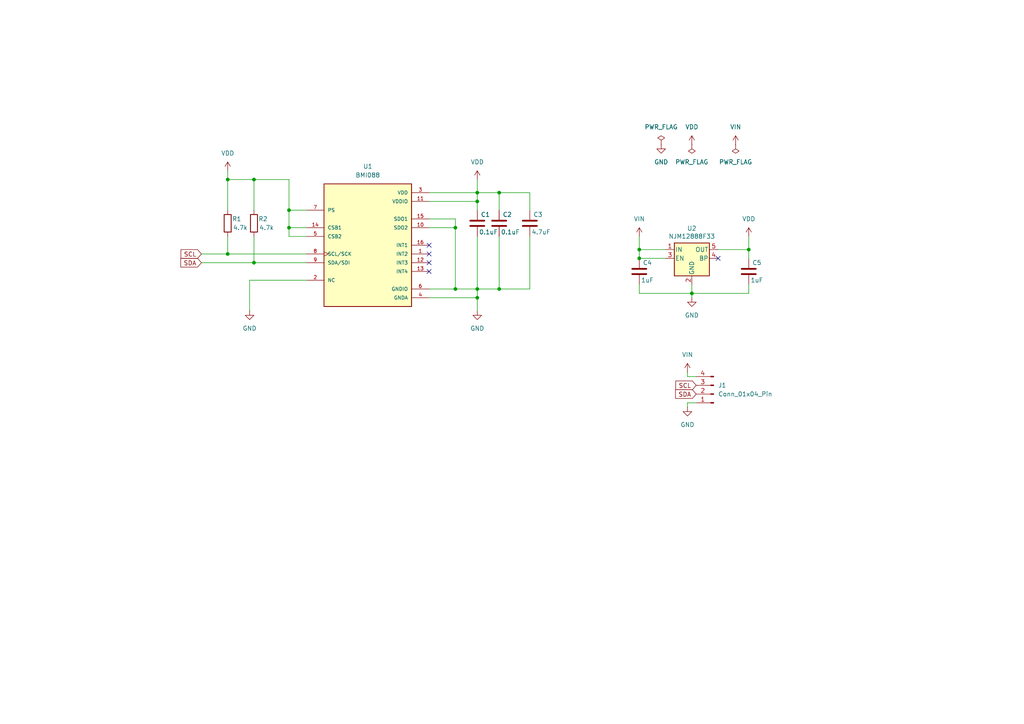
<source format=kicad_sch>
(kicad_sch (version 20250114) (generator "eeschema") (generator_version "9.0")
  (paper "A4")
  (lib_symbols
    (symbol "BMI088:BMI088" (pin_names (offset 1.016))
      (property "Reference" "U" (at -12.7 18.415 0))
      (property "Value" "BMI088" (at -12.7 -20.32 0))
      (symbol "BMI088_0_0"
        (rectangle (start -12.7 -17.78) (end 12.7 17.78) (stroke (width 0.254)) (fill (type background)))
        (pin input line (at -17.78 10.16 0) (length 5.08) (name "PS") (number "7"))
        (pin input line (at -17.78 5.08 0) (length 5.08) (name "CSB1") (number "14"))
        (pin input line (at -17.78 2.54 0) (length 5.08) (name "CSB2") (number "5"))
        (pin input clock (at -17.78 -2.54 0) (length 5.08) (name "SCL/SCK") (number "8"))
        (pin bidirectional line (at -17.78 -5.08 0) (length 5.08) (name "SDA/SDI") (number "9"))
        (pin passive line (at -17.78 -10.16 0) (length 5.08) (name "NC") (number "2"))
        (pin power_in line (at 17.78 15.24 180) (length 5.08) (name "VDD") (number "3"))
        (pin power_in line (at 17.78 12.7 180) (length 5.08) (name "VDDIO") (number "11"))
        (pin output line (at 17.78 7.62 180) (length 5.08) (name "SDO1") (number "15"))
        (pin output line (at 17.78 5.08 180) (length 5.08) (name "SDO2") (number "10"))
        (pin bidirectional line (at 17.78 0 180) (length 5.08) (name "INT1") (number "16"))
        (pin bidirectional line (at 17.78 -2.54 180) (length 5.08) (name "INT2") (number "1"))
        (pin bidirectional line (at 17.78 -5.08 180) (length 5.08) (name "INT3") (number "12"))
        (pin bidirectional line (at 17.78 -7.62 180) (length 5.08) (name "INT4") (number "13"))
        (pin power_in line (at 17.78 -12.7 180) (length 5.08) (name "GNDIO") (number "6"))
        (pin power_in line (at 17.78 -15.24 180) (length 5.08) (name "GNDA") (number "4"))
      )
    )
    (symbol "Connector:Conn_01x04_Pin" (pin_names (offset 1.016) (hide yes))
      (property "Reference" "J" (at 0 5.08 0))
      (property "Value" "Conn_01x04_Pin" (at 0 -7.62 0))
      (symbol "Conn_01x04_Pin_1_1"
        (rectangle (start 0.8636 2.667) (end 0 2.413) (stroke (width 0.1524)) (fill (type outline)))
        (rectangle (start 0.8636 0.127) (end 0 -0.127) (stroke (width 0.1524)) (fill (type outline)))
        (rectangle (start 0.8636 -2.413) (end 0 -2.667) (stroke (width 0.1524)) (fill (type outline)))
        (rectangle (start 0.8636 -4.953) (end 0 -5.207) (stroke (width 0.1524)) (fill (type outline)))
        (polyline (pts (xy 1.27 2.54) (xy 0.8636 2.54)) (stroke (width 0.1524)))
        (polyline (pts (xy 1.27 0) (xy 0.8636 0)) (stroke (width 0.1524)))
        (polyline (pts (xy 1.27 -2.54) (xy 0.8636 -2.54)) (stroke (width 0.1524)))
        (polyline (pts (xy 1.27 -5.08) (xy 0.8636 -5.08)) (stroke (width 0.1524)))
        (pin passive line (at 5.08 2.54 180) (length 3.81) (name "Pin_1") (number "1"))
        (pin passive line (at 5.08 0 180) (length 3.81) (name "Pin_2") (number "2"))
        (pin passive line (at 5.08 -2.54 180) (length 3.81) (name "Pin_3") (number "3"))
        (pin passive line (at 5.08 -5.08 180) (length 3.81) (name "Pin_4") (number "4"))
      )
    )
    (symbol "Device:C" (pin_numbers (hide yes)) (pin_names (offset 0.254))
      (property "Reference" "C" (at 0.635 2.54 0))
      (property "Value" "C" (at 0.635 -2.54 0))
      (symbol "C_0_1"
        (polyline (pts (xy -2.032 0.762) (xy 2.032 0.762)) (stroke (width 0.508)))
        (polyline (pts (xy -2.032 -0.762) (xy 2.032 -0.762)) (stroke (width 0.508)))
      )
      (symbol "C_1_1"
        (pin passive line (at 0 3.81 270) (length 2.794) (name "~") (number "1"))
        (pin passive line (at 0 -3.81 90) (length 2.794) (name "~") (number "2"))
      )
    )
    (symbol "Device:R" (pin_numbers (hide yes)) (pin_names (offset 0))
      (property "Reference" "R" (at 2.032 0 90))
      (property "Value" "R" (at 0 0 90))
      (symbol "R_0_1"
        (rectangle (start -1.016 -2.54) (end 1.016 2.54) (stroke (width 0.254)))
      )
      (symbol "R_1_1"
        (pin passive line (at 0 3.81 270) (length 1.27) (name "~") (number "1"))
        (pin passive line (at 0 -3.81 90) (length 1.27) (name "~") (number "2"))
      )
    )
    (symbol "Regulator_Linear:MIC5205-3.3YM5" (pin_names (offset 0.254))
      (property "Reference" "U" (at -3.81 5.715 0))
      (property "Value" "MIC5205-3.3YM5" (at 0 5.715 0))
      (symbol "MIC5205-3.3YM5_0_1"
        (rectangle (start -5.08 4.445) (end 5.08 -5.08) (stroke (width 0.254)) (fill (type background)))
      )
      (symbol "MIC5205-3.3YM5_1_1"
        (pin power_in line (at -7.62 2.54 0) (length 2.54) (name "IN") (number "1"))
        (pin input line (at -7.62 0 0) (length 2.54) (name "EN") (number "3"))
        (pin power_in line (at 0 -7.62 90) (length 2.54) (name "GND") (number "2"))
        (pin power_out line (at 7.62 2.54 180) (length 2.54) (name "OUT") (number "5"))
        (pin input line (at 7.62 0 180) (length 2.54) (name "BP") (number "4"))
      )
    )
    (symbol "power:GND" (power) (pin_numbers (hide yes)) (pin_names (offset 0) (hide yes))
      (property "Value" "GND" (at 0 -3.81 0))
      (symbol "GND_0_1"
        (polyline (pts (xy 0 0) (xy 0 -1.27) (xy 1.27 -1.27) (xy 0 -2.54) (xy -1.27 -1.27) (xy 0 -1.27)))
      )
      (symbol "GND_1_1"
        (pin power_in line (at 0 0 270) (length 0) (name "~") (number "1"))
      )
    )
    (symbol "power:PWR_FLAG" (power) (pin_numbers (hide yes)) (pin_names (offset 0) (hide yes))
      (property "Value" "PWR_FLAG" (at 0 3.81 0))
      (symbol "PWR_FLAG_0_0"
        (pin power_out line (at 0 0 90) (length 0) (name "~") (number "1"))
      )
      (symbol "PWR_FLAG_0_1"
        (polyline (pts (xy 0 0) (xy 0 1.27) (xy -1.016 1.905) (xy 0 2.54) (xy 1.016 1.905) (xy 0 1.27)))
      )
    )
    (symbol "power:VCC" (power) (pin_numbers (hide yes)) (pin_names (offset 0) (hide yes))
      (property "Value" "VCC" (at 0 3.556 0))
      (symbol "VCC_0_1"
        (polyline (pts (xy -0.762 1.27) (xy 0 2.54)))
        (polyline (pts (xy 0 2.54) (xy 0.762 1.27)))
        (polyline (pts (xy 0 0) (xy 0 2.54)))
      )
      (symbol "VCC_1_1"
        (pin power_in line (at 0 0 90) (length 0) (name "~") (number "1"))
      )
    )
    (symbol "power:VDD" (power) (pin_numbers (hide yes)) (pin_names (offset 0) (hide yes))
      (property "Value" "VDD" (at 0 3.556 0))
      (symbol "VDD_0_1"
        (polyline (pts (xy -0.762 1.27) (xy 0 2.54)))
        (polyline (pts (xy 0 2.54) (xy 0.762 1.27)))
        (polyline (pts (xy 0 0) (xy 0 2.54)))
      )
      (symbol "VDD_1_1"
        (pin power_in line (at 0 0 90) (length 0) (name "~") (number "1"))
      )
    )
  )
  (junction (at 144.78 55.88))
  (junction (at 66.04 52.07))
  (junction (at 217.17 72.39))
  (junction (at 132.08 66.04))
  (junction (at 138.43 86.36))
  (junction (at 73.66 52.07))
  (junction (at 73.66 76.2))
  (junction (at 185.42 74.93))
  (junction (at 144.78 83.82))
  (junction (at 138.43 55.88))
  (junction (at 132.08 83.82))
  (junction (at 185.42 72.39))
  (junction (at 138.43 58.42))
  (junction (at 200.66 85.09))
  (junction (at 138.43 83.82))
  (junction (at 66.04 73.66))
  (junction (at 83.82 66.04))
  (junction (at 83.82 60.96))
  (no_connect (at 124.46 73.66))
  (no_connect (at 124.46 76.2))
  (no_connect (at 124.46 78.74))
  (no_connect (at 124.46 71.12))
  (no_connect (at 208.28 74.93))
  (wire (pts (xy 217.17 85.09) (xy 200.66 85.09)))
  (wire (pts (xy 185.42 85.09) (xy 200.66 85.09)))
  (wire (pts (xy 83.82 66.04) (xy 83.82 68.58)))
  (wire (pts (xy 83.82 60.96) (xy 83.82 66.04)))
  (wire (pts (xy 185.42 72.39) (xy 193.04 72.39)))
  (wire (pts (xy 66.04 68.58) (xy 66.04 73.66)))
  (wire (pts (xy 144.78 68.58) (xy 144.78 83.82)))
  (wire (pts (xy 153.67 60.96) (xy 153.67 55.88)))
  (wire (pts (xy 58.42 73.66) (xy 66.04 73.66)))
  (wire (pts (xy 72.39 81.28) (xy 88.9 81.28)))
  (wire (pts (xy 124.46 58.42) (xy 138.43 58.42)))
  (wire (pts (xy 83.82 60.96) (xy 88.9 60.96)))
  (wire (pts (xy 124.46 55.88) (xy 138.43 55.88)))
  (wire (pts (xy 200.66 85.09) (xy 200.66 82.55)))
  (wire (pts (xy 138.43 52.07) (xy 138.43 55.88)))
  (wire (pts (xy 132.08 63.5) (xy 132.08 66.04)))
  (wire (pts (xy 185.42 85.09) (xy 185.42 82.55)))
  (wire (pts (xy 72.39 81.28) (xy 72.39 90.17)))
  (wire (pts (xy 58.42 76.2) (xy 73.66 76.2)))
  (wire (pts (xy 138.43 60.96) (xy 138.43 58.42)))
  (wire (pts (xy 185.42 68.58) (xy 185.42 72.39)))
  (wire (pts (xy 199.39 109.22) (xy 201.93 109.22)))
  (wire (pts (xy 185.42 74.93) (xy 185.42 72.39)))
  (wire (pts (xy 200.66 85.09) (xy 200.66 86.36)))
  (wire (pts (xy 217.17 72.39) (xy 217.17 68.58)))
  (wire (pts (xy 138.43 55.88) (xy 138.43 58.42)))
  (wire (pts (xy 73.66 68.58) (xy 73.66 76.2)))
  (wire (pts (xy 153.67 55.88) (xy 144.78 55.88)))
  (wire (pts (xy 199.39 116.84) (xy 201.93 116.84)))
  (wire (pts (xy 185.42 74.93) (xy 193.04 74.93)))
  (wire (pts (xy 144.78 55.88) (xy 144.78 60.96)))
  (wire (pts (xy 138.43 68.58) (xy 138.43 83.82)))
  (wire (pts (xy 132.08 66.04) (xy 132.08 83.82)))
  (wire (pts (xy 73.66 52.07) (xy 66.04 52.07)))
  (wire (pts (xy 144.78 55.88) (xy 138.43 55.88)))
  (wire (pts (xy 124.46 83.82) (xy 132.08 83.82)))
  (wire (pts (xy 138.43 86.36) (xy 138.43 83.82)))
  (wire (pts (xy 138.43 90.17) (xy 138.43 86.36)))
  (wire (pts (xy 73.66 76.2) (xy 88.9 76.2)))
  (wire (pts (xy 217.17 74.93) (xy 217.17 72.39)))
  (wire (pts (xy 217.17 82.55) (xy 217.17 85.09)))
  (wire (pts (xy 124.46 63.5) (xy 132.08 63.5)))
  (wire (pts (xy 199.39 107.95) (xy 199.39 109.22)))
  (wire (pts (xy 83.82 52.07) (xy 83.82 60.96)))
  (wire (pts (xy 124.46 86.36) (xy 138.43 86.36)))
  (wire (pts (xy 83.82 66.04) (xy 88.9 66.04)))
  (wire (pts (xy 132.08 83.82) (xy 138.43 83.82)))
  (wire (pts (xy 66.04 60.96) (xy 66.04 52.07)))
  (wire (pts (xy 66.04 73.66) (xy 88.9 73.66)))
  (wire (pts (xy 124.46 66.04) (xy 132.08 66.04)))
  (wire (pts (xy 73.66 52.07) (xy 73.66 60.96)))
  (wire (pts (xy 208.28 72.39) (xy 217.17 72.39)))
  (wire (pts (xy 83.82 52.07) (xy 73.66 52.07)))
  (wire (pts (xy 199.39 118.11) (xy 199.39 116.84)))
  (wire (pts (xy 153.67 68.58) (xy 153.67 83.82)))
  (wire (pts (xy 83.82 68.58) (xy 88.9 68.58)))
  (wire (pts (xy 144.78 83.82) (xy 138.43 83.82)))
  (wire (pts (xy 153.67 83.82) (xy 144.78 83.82)))
  (wire (pts (xy 66.04 49.53) (xy 66.04 52.07)))
  (global_label "SCL" (shape input) (at 58.42 73.66 180) (property "Intersheetrefs" "${INTERSHEET_REFS}" (effects (hide yes))))
  (global_label "SCL" (shape input) (at 201.93 111.76 180) (property "Intersheetrefs" "${INTERSHEET_REFS}" (effects (hide yes))))
  (global_label "SDA" (shape input) (at 58.42 76.2 180) (property "Intersheetrefs" "${INTERSHEET_REFS}" (effects (hide yes))))
  (global_label "SDA" (shape input) (at 201.93 114.3 180) (property "Intersheetrefs" "${INTERSHEET_REFS}" (effects (hide yes))))
  (symbol (lib_id "power:GND") (at 72.39 90.17 0) (unit 1)
    (property "Reference" "#PWR03" (effects (hide yes)))
    (property "Value" "GND" (at 72.39 95.25 0))
    (property "Description" "Power symbol creates a global label with name \"GND\" , ground" (effects (hide yes)))
  )
  (symbol (lib_id "power:VDD") (at 138.43 52.07 0) (unit 1)
    (property "Reference" "#PWR01" (effects (hide yes)))
    (property "Value" "VDD" (at 138.43 46.99 0))
    (property "Description" "Power symbol creates a global label with name \"VDD\"" (effects (hide yes)))
  )
  (symbol (lib_id "Device:R") (at 73.66 64.77 0) (unit 1)
    (property "Reference" "R2" (at 74.93 63.5 0) (effects (justify left)))
    (property "Value" "4.7k" (at 75.184 66.04 0) (effects (justify left)))
    (property "Footprint" "Resistor_SMD:R_0603_1608Metric" (effects (hide yes)))
    (property "Description" "Resistor" (effects (hide yes)))
  )
  (symbol (lib_id "power:VDD") (at 66.04 49.53 0) (unit 1)
    (property "Reference" "#PWR02" (effects (hide yes)))
    (property "Value" "VDD" (at 66.04 44.45 0))
    (property "Description" "Power symbol creates a global label with name \"VDD\"" (effects (hide yes)))
  )
  (symbol (lib_id "power:GND") (at 199.39 118.11 0) (unit 1)
    (property "Reference" "#PWR017" (effects (hide yes)))
    (property "Value" "GND" (at 199.39 123.19 0))
    (property "Description" "Power symbol creates a global label with name \"GND\" , ground" (effects (hide yes)))
  )
  (symbol (lib_id "power:PWR_FLAG") (at 191.77 41.91 0) (unit 1)
    (property "Reference" "#FLG01" (effects (hide yes)))
    (property "Value" "PWR_FLAG" (at 191.77 36.83 0))
    (property "Description" "Special symbol for telling ERC where power comes from" (effects (hide yes)))
  )
  (symbol (lib_id "power:VDD") (at 217.17 68.58 0) (unit 1)
    (property "Reference" "#PWR07" (effects (hide yes)))
    (property "Value" "VDD" (at 217.17 63.5 0))
    (property "Description" "Power symbol creates a global label with name \"VDD\"" (effects (hide yes)))
  )
  (symbol (lib_id "Regulator_Linear:MIC5205-3.3YM5") (at 200.66 74.93 0) (unit 1)
    (property "Reference" "U2" (at 200.66 66.2432 0))
    (property "Value" "NJM12888F33" (at 200.66 68.5546 0))
    (property "Footprint" "Package_TO_SOT_SMD:SOT-23-5" (effects (hide yes)))
    (property "Datasheet" "http://ww1.microchip.com/downloads/en/DeviceDoc/20005785A.pdf" (effects (hide yes)))
    (property "LCSC" "C37970" (effects (hide yes)))
  )
  (symbol (lib_id "Device:C") (at 153.67 64.77 0) (unit 1)
    (property "Reference" "C3" (at 154.686 62.23 0) (effects (justify left)))
    (property "Value" "4.7uF" (at 154.178 67.31 0) (effects (justify left)))
    (property "Footprint" "Capacitor_SMD:C_0603_1608Metric" (effects (hide yes)))
    (property "Description" "Unpolarized capacitor" (effects (hide yes)))
  )
  (symbol (lib_id "power:GND") (at 200.66 86.36 0) (unit 1)
    (property "Reference" "#PWR08" (effects (hide yes)))
    (property "Value" "GND" (at 200.66 91.44 0))
    (property "Description" "Power symbol creates a global label with name \"GND\" , ground" (effects (hide yes)))
  )
  (symbol (lib_id "power:PWR_FLAG") (at 200.66 41.91 180) (unit 1)
    (property "Reference" "#FLG02" (effects (hide yes)))
    (property "Value" "PWR_FLAG" (at 200.66 46.99 0))
    (property "Description" "Special symbol for telling ERC where power comes from" (effects (hide yes)))
  )
  (symbol (lib_id "power:GND") (at 191.77 41.91 0) (unit 1)
    (property "Reference" "#PWR06" (effects (hide yes)))
    (property "Value" "GND" (at 191.77 46.99 0))
    (property "Description" "Power symbol creates a global label with name \"GND\" , ground" (effects (hide yes)))
  )
  (symbol (lib_id "Device:C") (at 217.17 78.74 0) (unit 1)
    (property "Reference" "C5" (at 218.186 76.2 0) (effects (justify left)))
    (property "Value" "1uF" (at 217.678 81.28 0) (effects (justify left)))
    (property "Footprint" "Capacitor_SMD:C_0603_1608Metric" (effects (hide yes)))
    (property "Description" "Unpolarized capacitor" (effects (hide yes)))
  )
  (symbol (lib_id "Device:R") (at 66.04 64.77 0) (unit 1)
    (property "Reference" "R1" (at 67.31 63.5 0) (effects (justify left)))
    (property "Value" "4.7k" (at 67.564 66.04 0) (effects (justify left)))
    (property "Footprint" "Resistor_SMD:R_0603_1608Metric" (effects (hide yes)))
    (property "Description" "Resistor" (effects (hide yes)))
  )
  (symbol (lib_id "power:VDD") (at 200.66 41.91 0) (unit 1)
    (property "Reference" "#PWR05" (effects (hide yes)))
    (property "Value" "VDD" (at 200.66 36.83 0))
    (property "Description" "Power symbol creates a global label with name \"VDD\"" (effects (hide yes)))
  )
  (symbol (lib_id "power:VCC") (at 199.39 107.95 0) (unit 1)
    (property "Reference" "#PWR016" (effects (hide yes)))
    (property "Value" "VIN" (at 199.39 102.87 0))
    (property "Description" "Power symbol creates a global label with name \"VCC\"" (effects (hide yes)))
  )
  (symbol (lib_id "BMI088:BMI088") (at 106.68 71.12 0) (unit 1)
    (property "Reference" "U1" (at 106.68 48.26 0))
    (property "Value" "BMI088" (at 106.68 50.8 0))
    (property "Footprint" "BMI088:PQFN50P450X300X100-16N" (effects (hide yes)))
    (property "MF" "Bosch Sensortec" (effects (hide yes)))
    (property "PURCHASE-URL" "https://pricing.snapeda.com/search/part/BMI088/?ref=eda" (effects (hide yes)))
    (property "PACKAGE" "VFLGA-16 Bosch Sensortec" (effects (hide yes)))
    (property "PRICE" "None" (effects (hide yes)))
    (property "Package" "VFLGA-16 Bosch Sensortec" (effects (hide yes)))
    (property "Check_prices" "https://www.snapeda.com/parts/BMI088/Bosch/view-part/?ref=eda" (effects (hide yes)))
    (property "Price" "None" (effects (hide yes)))
    (property "SnapEDA_Link" "https://www.snapeda.com/parts/BMI088/Bosch/view-part/?ref=snap" (effects (hide yes)))
    (property "MP" "BMI088" (effects (hide yes)))
    (property "Description_1" "Accelerometer, Gyroscope, 6 Axis Sensor I2C, SPI Output" (effects (hide yes)))
    (property "Availability" "In Stock" (effects (hide yes)))
    (property "AVAILABILITY" "In Stock" (effects (hide yes)))
    (property "DESCRIPTION" "Accelerometer, Gyroscope, 6 Axis Sensor I²C, SPI Output" (effects (hide yes)))
  )
  (symbol (lib_id "Device:C") (at 144.78 64.77 0) (unit 1)
    (property "Reference" "C2" (at 145.796 62.23 0) (effects (justify left)))
    (property "Value" "0.1uF" (at 145.288 67.31 0) (effects (justify left)))
    (property "Footprint" "Capacitor_SMD:C_0603_1608Metric" (effects (hide yes)))
    (property "Description" "Unpolarized capacitor" (effects (hide yes)))
  )
  (symbol (lib_id "power:PWR_FLAG") (at 213.36 41.91 180) (unit 1)
    (property "Reference" "#FLG03" (effects (hide yes)))
    (property "Value" "PWR_FLAG" (at 213.36 46.99 0))
    (property "Description" "Special symbol for telling ERC where power comes from" (effects (hide yes)))
  )
  (symbol (lib_id "Device:C") (at 185.42 78.74 0) (unit 1)
    (property "Reference" "C4" (at 186.436 76.2 0) (effects (justify left)))
    (property "Value" "1uF" (at 185.928 81.28 0) (effects (justify left)))
    (property "Footprint" "Capacitor_SMD:C_0603_1608Metric" (effects (hide yes)))
    (property "Description" "Unpolarized capacitor" (effects (hide yes)))
  )
  (symbol (lib_id "power:VCC") (at 185.42 68.58 0) (unit 1)
    (property "Reference" "#PWR09" (effects (hide yes)))
    (property "Value" "VIN" (at 185.42 63.5 0))
    (property "Description" "Power symbol creates a global label with name \"VCC\"" (effects (hide yes)))
  )
  (symbol (lib_id "Device:C") (at 138.43 64.77 0) (unit 1)
    (property "Reference" "C1" (at 139.446 62.23 0) (effects (justify left)))
    (property "Value" "0.1uF" (at 138.938 67.31 0) (effects (justify left)))
    (property "Footprint" "Capacitor_SMD:C_0603_1608Metric" (effects (hide yes)))
    (property "Description" "Unpolarized capacitor" (effects (hide yes)))
  )
  (symbol (lib_id "Connector:Conn_01x04_Pin") (at 207.01 114.3 180) (unit 1)
    (property "Reference" "J1" (at 208.28 111.7599 0) (effects (justify right)))
    (property "Value" "Conn_01x04_Pin" (at 208.28 114.2999 0) (effects (justify right)))
    (property "Footprint" "Connector_PinHeader_2.54mm:PinHeader_1x04_P2.54mm_Vertical" (effects (hide yes)))
    (property "Description" "Generic connector, single row, 01x04, script generated" (effects (hide yes)))
  )
  (symbol (lib_id "power:VCC") (at 213.36 41.91 0) (unit 1)
    (property "Reference" "#PWR010" (effects (hide yes)))
    (property "Value" "VIN" (at 213.36 36.83 0))
    (property "Description" "Power symbol creates a global label with name \"VCC\"" (effects (hide yes)))
  )
  (symbol (lib_id "power:GND") (at 138.43 90.17 0) (unit 1)
    (property "Reference" "#PWR04" (effects (hide yes)))
    (property "Value" "GND" (at 138.43 95.25 0))
    (property "Description" "Power symbol creates a global label with name \"GND\" , ground" (effects (hide yes)))
  )
)
</source>
